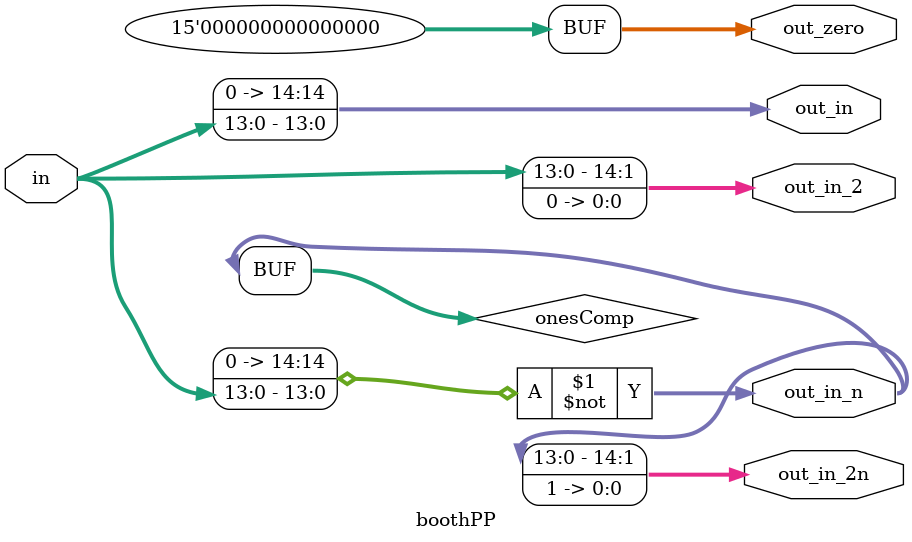
<source format=v>
module boothPP #(parameter WIDTH = 14) (
    input   [WIDTH-1:0] in,
    output  [WIDTH:0] out_in,
    output  [WIDTH:0] out_in_n,
    output  [WIDTH:0] out_in_2,
    output  [WIDTH:0] out_in_2n,
    output  [WIDTH:0] out_zero
);

    wire [WIDTH:0] onesComp; // One's Comp
    // +1 needs to be compensated in PP reductions

    assign onesComp     = ~{1'b0, in};
    assign out_in       = {1'b0, in};
    assign out_in_n     = onesComp;
    assign out_in_2     = {in, 1'b0};
    assign out_in_2n    = {onesComp[WIDTH-1:0], 1'b1};
    assign out_zero     = 0;

endmodule
</source>
